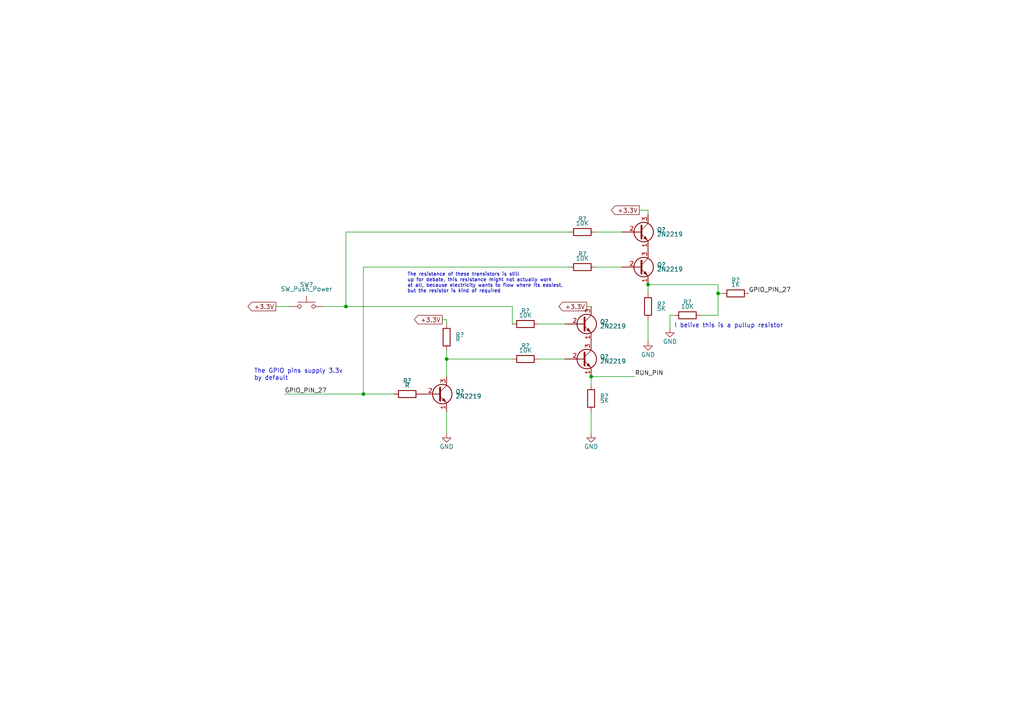
<source format=kicad_sch>
(kicad_sch (version 20220104) (generator eeschema)
  (paper "A4")
  (lib_symbols
    (symbol "Device:R" (pin_numbers hide) (pin_names (offset 0))
      (property "Reference" "R" (at 2.032 0 90))
      (property "Value" "R" (at 0 0 90))
      (symbol "R_0_1"
        (rectangle (start -1.016 -2.54) (end 1.016 2.54) (stroke (width 0.254)))
      )
      (symbol "R_1_1"
        (pin passive line (at 0 3.81 270) (length 1.27) (name "~") (number "1"))
        (pin passive line (at 0 -3.81 90) (length 1.27) (name "~") (number "2"))
      )
    )
    (symbol "Switch:SW_Push" (pin_numbers hide) (pin_names (offset 1.016) hide)
      (property "Reference" "SW" (at 1.27 2.54 0))
      (property "Value" "SW_Push" (at 0 -1.524 0))
      (symbol "SW_Push_0_1"
        (circle (center -2.032 0) (radius 0.508))
        (polyline (pts (xy 0 1.27) (xy 0 3.048)))
        (polyline (pts (xy 2.54 1.27) (xy -2.54 1.27)))
        (circle (center 2.032 0) (radius 0.508))
        (pin passive line (at -5.08 0 0) (length 2.54) (name "1") (number "1"))
        (pin passive line (at 5.08 0 180) (length 2.54) (name "2") (number "2"))
      )
    )
    (symbol "Transistor_BJT:2N2219" (pin_names (offset 0) hide)
      (property "Reference" "Q" (at 5.08 1.905 0))
      (property "Value" "2N2219" (at 5.08 0 0))
      (symbol "2N2219_0_1"
        (polyline (pts (xy 0.635 0.635) (xy 2.54 2.54)))
        (polyline (pts (xy 0.635 -0.635) (xy 2.54 -2.54) (xy 2.54 -2.54)))
        (polyline (pts (xy 0.635 1.905) (xy 0.635 -1.905) (xy 0.635 -1.905)) (stroke (width 0.508)))
        (polyline (pts (xy 1.27 -1.778) (xy 1.778 -1.27) (xy 2.286 -2.286) (xy 1.27 -1.778) (xy 1.27 -1.778)) (fill (type outline)))
        (circle (center 1.27 0) (radius 2.8194) (stroke (width 0.254)))
      )
      (symbol "2N2219_1_1"
        (pin passive line (at 2.54 -5.08 90) (length 2.54) (name "E") (number "1"))
        (pin passive line (at -5.08 0 0) (length 5.715) (name "B") (number "2"))
        (pin passive line (at 2.54 5.08 270) (length 2.54) (name "C") (number "3"))
      )
    )
    (symbol "power:GND" (power) (pin_names (offset 0))
      (property "Value" "GND" (at 0 -3.81 0))
      (symbol "GND_0_1"
        (polyline (pts (xy 0 0) (xy 0 -1.27) (xy 1.27 -1.27) (xy 0 -2.54) (xy -1.27 -1.27) (xy 0 -1.27)))
      )
      (symbol "GND_1_1"
        (pin power_in line (at 0 0 270) (length 0) hide (name "GND") (number "1"))
      )
    )
  )
  (junction (at 105.41 114.3))
  (junction (at 129.54 104.14))
  (junction (at 187.96 82.55))
  (junction (at 208.28 85.09))
  (junction (at 171.45 109.22))
  (junction (at 100.33 88.9))
  (wire (pts (xy 129.54 119.38) (xy 129.54 125.73)))
  (wire (pts (xy 100.33 88.9) (xy 148.59 88.9)))
  (wire (pts (xy 170.18 88.9) (xy 171.45 88.9)))
  (wire (pts (xy 156.21 104.14) (xy 163.83 104.14)))
  (wire (pts (xy 203.2 91.44) (xy 208.28 91.44)))
  (wire (pts (xy 187.96 60.96) (xy 185.42 60.96)))
  (wire (pts (xy 195.58 91.44) (xy 194.31 91.44)))
  (wire (pts (xy 105.41 114.3) (xy 114.3 114.3)))
  (wire (pts (xy 156.21 93.98) (xy 163.83 93.98)))
  (wire (pts (xy 80.01 88.9) (xy 83.82 88.9)))
  (wire (pts (xy 100.33 67.31) (xy 165.1 67.31)))
  (wire (pts (xy 172.72 77.47) (xy 180.34 77.47)))
  (wire (pts (xy 105.41 77.47) (xy 165.1 77.47)))
  (wire (pts (xy 208.28 82.55) (xy 187.96 82.55)))
  (wire (pts (xy 128.27 92.71) (xy 129.54 92.71)))
  (wire (pts (xy 129.54 104.14) (xy 148.59 104.14)))
  (wire (pts (xy 171.45 109.22) (xy 171.45 111.76)))
  (wire (pts (xy 208.28 82.55) (xy 208.28 85.09)))
  (wire (pts (xy 194.31 91.44) (xy 194.31 95.25)))
  (wire (pts (xy 93.98 88.9) (xy 100.33 88.9)))
  (wire (pts (xy 187.96 62.23) (xy 187.96 60.96)))
  (wire (pts (xy 208.28 85.09) (xy 209.55 85.09)))
  (wire (pts (xy 129.54 92.71) (xy 129.54 93.98)))
  (wire (pts (xy 82.55 114.3) (xy 105.41 114.3)))
  (wire (pts (xy 129.54 104.14) (xy 129.54 109.22)))
  (wire (pts (xy 187.96 82.55) (xy 187.96 85.09)))
  (wire (pts (xy 148.59 88.9) (xy 148.59 93.98)))
  (wire (pts (xy 171.45 109.22) (xy 184.15 109.22)))
  (wire (pts (xy 100.33 67.31) (xy 100.33 88.9)))
  (wire (pts (xy 105.41 77.47) (xy 105.41 114.3)))
  (wire (pts (xy 171.45 119.38) (xy 171.45 125.73)))
  (wire (pts (xy 129.54 101.6) (xy 129.54 104.14)))
  (wire (pts (xy 187.96 92.71) (xy 187.96 99.06)))
  (wire (pts (xy 208.28 85.09) (xy 208.28 91.44)))
  (wire (pts (xy 172.72 67.31) (xy 180.34 67.31)))
  (text "I belive this is a pullup resistor" (at 195.58 95.25 0) (effects (font (size 1.27 1.27)) (justify left bottom)))
  (text "The GPIO pins supply 3.3v\nby default" (at 73.66 110.49 0) (effects (font (size 1.27 1.27)) (justify left bottom)))
  (text "The resistance of these transistors is still\nup for debate, this resistance might not actually work\nat all, because electricity wants to flow where its easiest,\nbut the resistor is kind of required" (at 118.11 85.09 0) (effects (font (size 1 1)) (justify left bottom)))
  (label "RUN_PIN" (at 184.15 109.22 0))
  (label "GPIO_PIN_27" (at 82.55 114.3 0))
  (label "GPIO_PIN_27" (at 217.17 85.09 0))
  (global_label "+3.3V" (shape output) (at 170.18 88.9 180) (property "Intersheet References" "${INTERSHEET_REFS}" (effects hide)))
  (global_label "+3.3V" (shape output) (at 128.27 92.71 180) (property "Intersheet References" "${INTERSHEET_REFS}" (effects hide)))
  (global_label "+3.3V" (shape output) (at 185.42 60.96 180) (property "Intersheet References" "${INTERSHEET_REFS}" (effects hide)))
  (global_label "+3.3V" (shape output) (at 80.01 88.9 180) (property "Intersheet References" "${INTERSHEET_REFS}" (effects hide)))
  (symbol (lib_id "Switch:SW_Push") (at 88.9 88.9 0) (unit 1)
    (property "Reference" "SW?" (at 88.9 82.55 0))
    (property "Value" "SW_Push_Power" (at 88.9 83.82 0))
  )
  (symbol (lib_id "Device:R") (at 152.4 104.14 90) (unit 1)
    (property "Reference" "R?" (at 152.4 100.33 90))
    (property "Value" "10K" (at 152.4 101.6 90))
  )
  (symbol (lib_id "Device:R") (at 152.4 93.98 90) (unit 1)
    (property "Reference" "R?" (at 152.4 90.17 90))
    (property "Value" "10K" (at 152.4 91.44 90))
  )
  (symbol (lib_id "Device:R") (at 171.45 115.57 0) (unit 1)
    (property "Reference" "R?" (at 173.99 114.935 0) (effects (justify left)))
    (property "Value" "5K" (at 173.99 116.205 0) (effects (justify left)))
  )
  (symbol (lib_id "Transistor_BJT:2N2219") (at 185.42 77.47 0) (unit 1)
    (property "Reference" "Q?" (at 190.5 76.835 0) (effects (justify left)))
    (property "Value" "2N2219" (at 190.5 78.105 0) (effects (justify left)))
    (property "Footprint" "Package_TO_SOT_THT:TO-39-3" (effects hide))
    (property "Datasheet" "http://www.onsemi.com/pub_link/Collateral/2N2219-D.PDF" (effects hide))
  )
  (symbol (lib_id "Device:R") (at 168.91 77.47 90) (unit 1)
    (property "Reference" "R?" (at 168.91 73.66 90))
    (property "Value" "10K" (at 168.91 74.93 90))
  )
  (symbol (lib_id "Transistor_BJT:2N2219") (at 127 114.3 0) (unit 1)
    (property "Reference" "Q?" (at 132.08 113.665 0) (effects (justify left)))
    (property "Value" "2N2219" (at 132.08 114.935 0) (effects (justify left)))
    (property "Footprint" "Package_TO_SOT_THT:TO-39-3" (effects hide))
    (property "Datasheet" "http://www.onsemi.com/pub_link/Collateral/2N2219-D.PDF" (effects hide))
  )
  (symbol (lib_id "power:GND") (at 129.54 125.73 0) (unit 1)
    (property "Reference" "#PWR?" (effects hide))
    (property "Value" "GND" (at 129.54 129.54 0))
  )
  (symbol (lib_id "power:GND") (at 187.96 99.06 0) (unit 1)
    (property "Reference" "#PWR?" (effects hide))
    (property "Value" "GND" (at 187.96 102.87 0))
  )
  (symbol (lib_id "Device:R") (at 199.39 91.44 90) (unit 1)
    (property "Reference" "R?" (at 199.39 87.63 90))
    (property "Value" "10K" (at 199.39 88.9 90))
  )
  (symbol (lib_id "Device:R") (at 213.36 85.09 90) (unit 1)
    (property "Reference" "R?" (at 213.36 81.28 90))
    (property "Value" "1K" (at 213.36 82.55 90))
  )
  (symbol (lib_id "Transistor_BJT:2N2219") (at 168.91 93.98 0) (unit 1)
    (property "Reference" "Q?" (at 173.99 93.345 0) (effects (justify left)))
    (property "Value" "2N2219" (at 173.99 94.615 0) (effects (justify left)))
    (property "Footprint" "Package_TO_SOT_THT:TO-39-3" (effects hide))
    (property "Datasheet" "http://www.onsemi.com/pub_link/Collateral/2N2219-D.PDF" (effects hide))
  )
  (symbol (lib_id "power:GND") (at 171.45 125.73 0) (unit 1)
    (property "Reference" "#PWR?" (effects hide))
    (property "Value" "GND" (at 171.45 129.54 0))
  )
  (symbol (lib_id "Device:R") (at 129.54 97.79 180) (unit 1)
    (property "Reference" "R?" (at 132.08 97.155 0) (effects (justify right)))
    (property "Value" "R" (at 132.08 98.425 0) (effects (justify right)))
  )
  (symbol (lib_id "Device:R") (at 118.11 114.3 270) (unit 1)
    (property "Reference" "R?" (at 118.11 110.49 90))
    (property "Value" "R" (at 118.11 111.76 90))
  )
  (symbol (lib_id "Device:R") (at 168.91 67.31 90) (unit 1)
    (property "Reference" "R?" (at 168.91 63.5 90))
    (property "Value" "10K" (at 168.91 64.77 90))
  )
  (symbol (lib_id "Transistor_BJT:2N2219") (at 168.91 104.14 0) (unit 1)
    (property "Reference" "Q?" (at 173.99 103.505 0) (effects (justify left)))
    (property "Value" "2N2219" (at 173.99 104.775 0) (effects (justify left)))
    (property "Footprint" "Package_TO_SOT_THT:TO-39-3" (effects hide))
    (property "Datasheet" "http://www.onsemi.com/pub_link/Collateral/2N2219-D.PDF" (effects hide))
  )
  (symbol (lib_id "Transistor_BJT:2N2219") (at 185.42 67.31 0) (unit 1)
    (property "Reference" "Q?" (at 190.5 66.675 0) (effects (justify left)))
    (property "Value" "2N2219" (at 190.5 67.945 0) (effects (justify left)))
    (property "Footprint" "Package_TO_SOT_THT:TO-39-3" (effects hide))
    (property "Datasheet" "http://www.onsemi.com/pub_link/Collateral/2N2219-D.PDF" (effects hide))
  )
  (symbol (lib_id "Device:R") (at 187.96 88.9 0) (unit 1)
    (property "Reference" "R?" (at 190.5 88.265 0) (effects (justify left)))
    (property "Value" "5K" (at 190.5 89.535 0) (effects (justify left)))
  )
  (symbol (lib_id "power:GND") (at 194.31 95.25 0) (unit 1)
    (property "Reference" "#PWR?" (effects hide))
    (property "Value" "GND" (at 194.31 99.06 0))
  )
)
</source>
